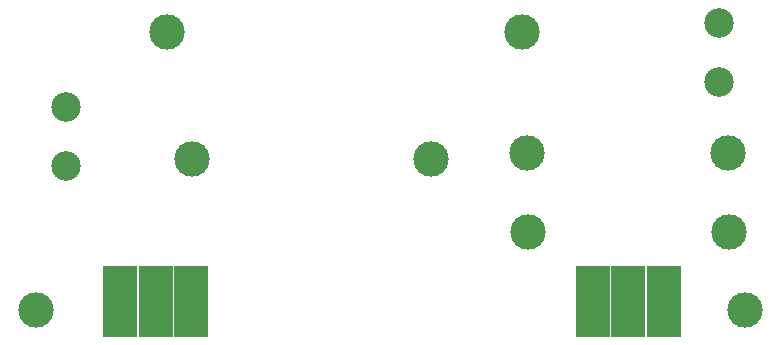
<source format=gtl>
%FSLAX34Y34*%
G04 Gerber Fmt 3.4, Leading zero omitted, Abs format*
G04 (created by PCBNEW (2014-01-19 BZR 4624)-product) date 5/28/2014 2:32:42 AM*
%MOIN*%
G01*
G70*
G90*
G04 APERTURE LIST*
%ADD10C,0.005906*%
%ADD11R,0.118110X0.078740*%
%ADD12C,0.118110*%
%ADD13C,0.098425*%
G04 APERTURE END LIST*
G54D10*
G54D11*
X31496Y-23622D03*
X30314Y-23622D03*
X32677Y-23622D03*
X31496Y-22834D03*
X32677Y-22834D03*
X30314Y-22834D03*
X30314Y-24409D03*
X31496Y-24409D03*
X32677Y-24409D03*
X47244Y-23622D03*
X48425Y-23622D03*
X46062Y-23622D03*
X46062Y-22834D03*
X47244Y-22834D03*
X48425Y-22834D03*
X48425Y-24409D03*
X47244Y-24409D03*
X46062Y-24409D03*
G54D12*
X31889Y-14645D03*
X43700Y-14645D03*
X27519Y-23897D03*
X51141Y-23897D03*
X32696Y-18877D03*
X40688Y-18877D03*
G54D13*
X28523Y-17145D03*
X28523Y-19114D03*
X50275Y-16299D03*
X50275Y-14330D03*
G54D12*
X43917Y-21299D03*
X50610Y-21299D03*
X43877Y-18681D03*
X50570Y-18681D03*
M02*

</source>
